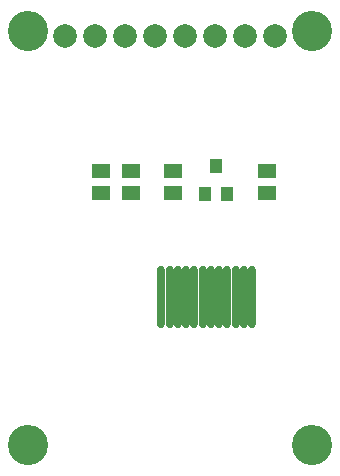
<source format=gbs>
G04*
G04 #@! TF.GenerationSoftware,Altium Limited,Altium Designer,20.1.10 (176)*
G04*
G04 Layer_Color=16711935*
%FSLAX25Y25*%
%MOIN*%
G70*
G04*
G04 #@! TF.SameCoordinates,6CBB9ED5-C892-48F8-8F6F-D4B66391D099*
G04*
G04*
G04 #@! TF.FilePolarity,Negative*
G04*
G01*
G75*
%ADD10C,0.13398*%
%ADD11C,0.07887*%
G04:AMPARAMS|DCode=21|XSize=23.75mil|YSize=204.85mil|CornerRadius=7.94mil|HoleSize=0mil|Usage=FLASHONLY|Rotation=180.000|XOffset=0mil|YOffset=0mil|HoleType=Round|Shape=RoundedRectangle|*
%AMROUNDEDRECTD21*
21,1,0.02375,0.18898,0,0,180.0*
21,1,0.00787,0.20485,0,0,180.0*
1,1,0.01587,-0.00394,0.09449*
1,1,0.01587,0.00394,0.09449*
1,1,0.01587,0.00394,-0.09449*
1,1,0.01587,-0.00394,-0.09449*
%
%ADD21ROUNDEDRECTD21*%
%ADD22R,0.06312X0.04934*%
%ADD23R,0.04343X0.04540*%
%ADD24R,0.04343X0.04540*%
D10*
X-8138Y7874D02*
D03*
X-102626D02*
D03*
Y145669D02*
D03*
X-8138D02*
D03*
D11*
X-90500Y144000D02*
D03*
X-80500D02*
D03*
X-60500D02*
D03*
X-50500D02*
D03*
X-40500D02*
D03*
X-30500D02*
D03*
X-20500D02*
D03*
X-70500D02*
D03*
D21*
X-52756Y57087D02*
D03*
X-44488D02*
D03*
X-36220D02*
D03*
X-27953D02*
D03*
X-58268D02*
D03*
X-55512D02*
D03*
X-50000D02*
D03*
X-47244D02*
D03*
X-41732D02*
D03*
X-38976D02*
D03*
X-33465D02*
D03*
X-30709D02*
D03*
D22*
X-23000Y99142D02*
D03*
Y91858D02*
D03*
X-54500Y99142D02*
D03*
Y91858D02*
D03*
X-78500Y99142D02*
D03*
Y91858D02*
D03*
X-68500Y99142D02*
D03*
Y91858D02*
D03*
D23*
X-36260Y91374D02*
D03*
X-40000Y100626D02*
D03*
D24*
X-43740Y91374D02*
D03*
M02*

</source>
